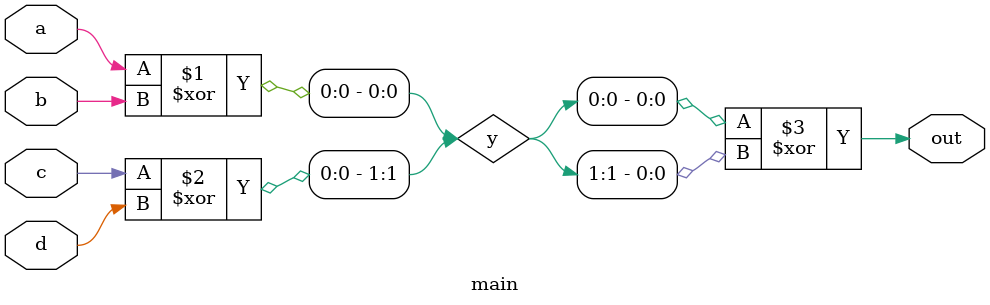
<source format=v>
module main(input a,
	    input b,
	    input c,
	    input d,
	    output out);
wire [3:0]y;
/*
nor(y[0],a,b);
nor(y[1],c,d);
nor(y[2],y[0],y[0]);
nor(y[3],y[1],y[1]);
nor(out,y[2],y[3]);
*/

xor(y[0],a,b);
xor(y[1],c,d);
xor(out,y[0],y[1]);


endmodule

</source>
